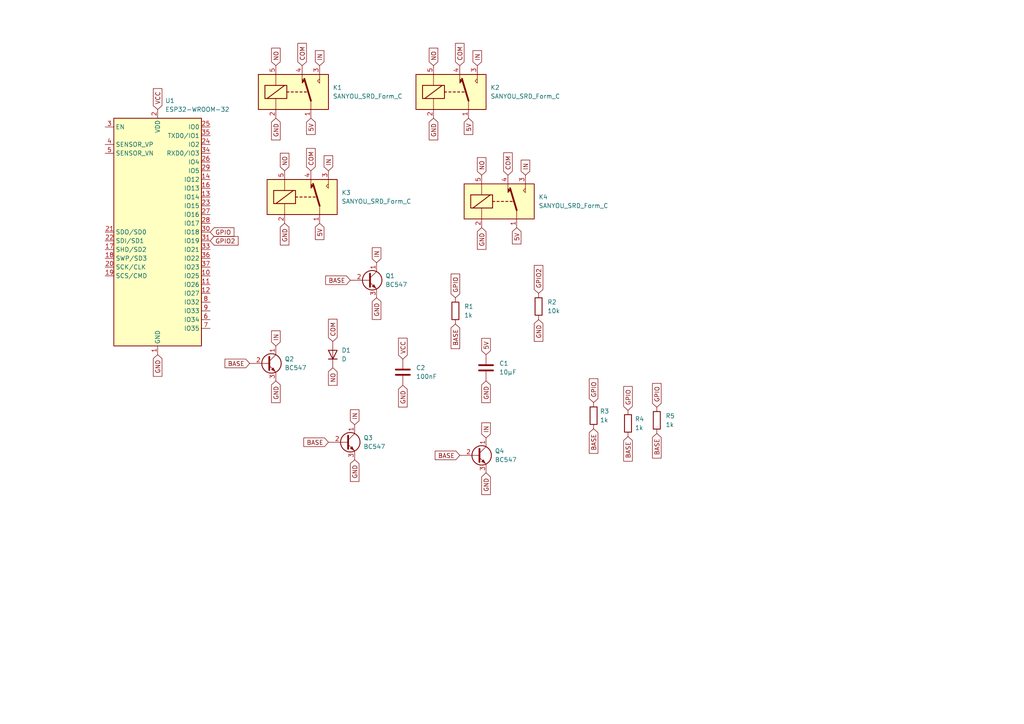
<source format=kicad_sch>
(kicad_sch (version 20231120) (generator "eeschema") (generator_version "8.0")
  (paper "A4")
  (lib_symbols
    (symbol "Device:C" (pin_numbers hide) (pin_names (offset 0.254))
      (property "Reference" "C" (at 0.635 2.54 0))
      (property "Value" "C" (at 0.635 -2.54 0))
      (symbol "C_0_1"
        (polyline (pts (xy -2.032 -0.762) (xy 2.032 -0.762)) (stroke (width 0.508)))
        (polyline (pts (xy -2.032 0.762) (xy 2.032 0.762)) (stroke (width 0.508)))
      )
      (symbol "C_1_1"
        (pin passive line (at 0 3.81 270) (length 2.794) (name "~") (number "1"))
        (pin passive line (at 0 -3.81 90) (length 2.794) (name "~") (number "2"))
      )
    )
    (symbol "Device:D" (pin_numbers hide) (pin_names (offset 1.016) hide)
      (property "Reference" "D" (at 0 2.54 0))
      (property "Value" "D" (at 0 -2.54 0))
      (symbol "D_0_1"
        (polyline (pts (xy -1.27 1.27) (xy -1.27 -1.27)) (stroke (width 0.254)))
        (polyline (pts (xy 1.27 0) (xy -1.27 0)))
        (polyline (pts (xy 1.27 1.27) (xy 1.27 -1.27) (xy -1.27 0) (xy 1.27 1.27)) (stroke (width 0.254)))
      )
      (symbol "D_1_1"
        (pin passive line (at -3.81 0 0) (length 2.54) (name "K") (number "1"))
        (pin passive line (at 3.81 0 180) (length 2.54) (name "A") (number "2"))
      )
    )
    (symbol "Device:R" (pin_numbers hide) (pin_names (offset 0))
      (property "Reference" "R" (at 2.032 0 90))
      (property "Value" "R" (at 0 0 90))
      (symbol "R_0_1"
        (rectangle (start -1.016 -2.54) (end 1.016 2.54) (stroke (width 0.254)))
      )
      (symbol "R_1_1"
        (pin passive line (at 0 3.81 270) (length 1.27) (name "~") (number "1"))
        (pin passive line (at 0 -3.81 90) (length 1.27) (name "~") (number "2"))
      )
    )
    (symbol "RF_Module:ESP32-WROOM-32"
      (property "Reference" "U" (at -12.7 34.29 0))
      (property "Value" "ESP32-WROOM-32" (at 1.27 34.29 0))
      (symbol "ESP32-WROOM-32_0_1"
        (rectangle (start -12.7 33.02) (end 12.7 -33.02) (stroke (width 0.254)) (fill (type background)))
      )
      (symbol "ESP32-WROOM-32_1_1"
        (pin power_in line (at 0 -35.56 90) (length 2.54) (name "GND") (number "1"))
        (pin bidirectional line (at 15.24 -12.7 180) (length 2.54) (name "IO25") (number "10"))
        (pin bidirectional line (at 15.24 -15.24 180) (length 2.54) (name "IO26") (number "11"))
        (pin bidirectional line (at 15.24 -17.78 180) (length 2.54) (name "IO27") (number "12"))
        (pin bidirectional line (at 15.24 10.16 180) (length 2.54) (name "IO14") (number "13"))
        (pin bidirectional line (at 15.24 15.24 180) (length 2.54) (name "IO12") (number "14"))
        (pin passive line (at 0 -35.56 90) (length 2.54) hide (name "GND") (number "15"))
        (pin bidirectional line (at 15.24 12.7 180) (length 2.54) (name "IO13") (number "16"))
        (pin bidirectional line (at -15.24 -5.08 0) (length 2.54) (name "SHD/SD2") (number "17"))
        (pin bidirectional line (at -15.24 -7.62 0) (length 2.54) (name "SWP/SD3") (number "18"))
        (pin bidirectional line (at -15.24 -12.7 0) (length 2.54) (name "SCS/CMD") (number "19"))
        (pin power_in line (at 0 35.56 270) (length 2.54) (name "VDD") (number "2"))
        (pin bidirectional line (at -15.24 -10.16 0) (length 2.54) (name "SCK/CLK") (number "20"))
        (pin bidirectional line (at -15.24 0 0) (length 2.54) (name "SDO/SD0") (number "21"))
        (pin bidirectional line (at -15.24 -2.54 0) (length 2.54) (name "SDI/SD1") (number "22"))
        (pin bidirectional line (at 15.24 7.62 180) (length 2.54) (name "IO15") (number "23"))
        (pin bidirectional line (at 15.24 25.4 180) (length 2.54) (name "IO2") (number "24"))
        (pin bidirectional line (at 15.24 30.48 180) (length 2.54) (name "IO0") (number "25"))
        (pin bidirectional line (at 15.24 20.32 180) (length 2.54) (name "IO4") (number "26"))
        (pin bidirectional line (at 15.24 5.08 180) (length 2.54) (name "IO16") (number "27"))
        (pin bidirectional line (at 15.24 2.54 180) (length 2.54) (name "IO17") (number "28"))
        (pin bidirectional line (at 15.24 17.78 180) (length 2.54) (name "IO5") (number "29"))
        (pin input line (at -15.24 30.48 0) (length 2.54) (name "EN") (number "3"))
        (pin bidirectional line (at 15.24 0 180) (length 2.54) (name "IO18") (number "30"))
        (pin bidirectional line (at 15.24 -2.54 180) (length 2.54) (name "IO19") (number "31"))
        (pin no_connect line (at -12.7 -27.94 0) (length 2.54) hide (name "NC") (number "32"))
        (pin bidirectional line (at 15.24 -5.08 180) (length 2.54) (name "IO21") (number "33"))
        (pin bidirectional line (at 15.24 22.86 180) (length 2.54) (name "RXD0/IO3") (number "34"))
        (pin bidirectional line (at 15.24 27.94 180) (length 2.54) (name "TXD0/IO1") (number "35"))
        (pin bidirectional line (at 15.24 -7.62 180) (length 2.54) (name "IO22") (number "36"))
        (pin bidirectional line (at 15.24 -10.16 180) (length 2.54) (name "IO23") (number "37"))
        (pin passive line (at 0 -35.56 90) (length 2.54) hide (name "GND") (number "38"))
        (pin passive line (at 0 -35.56 90) (length 2.54) hide (name "GND") (number "39"))
        (pin input line (at -15.24 25.4 0) (length 2.54) (name "SENSOR_VP") (number "4"))
        (pin input line (at -15.24 22.86 0) (length 2.54) (name "SENSOR_VN") (number "5"))
        (pin input line (at 15.24 -25.4 180) (length 2.54) (name "IO34") (number "6"))
        (pin input line (at 15.24 -27.94 180) (length 2.54) (name "IO35") (number "7"))
        (pin bidirectional line (at 15.24 -20.32 180) (length 2.54) (name "IO32") (number "8"))
        (pin bidirectional line (at 15.24 -22.86 180) (length 2.54) (name "IO33") (number "9"))
      )
    )
    (symbol "Relay:SANYOU_SRD_Form_C"
      (property "Reference" "K" (at 11.43 3.81 0))
      (property "Value" "SANYOU_SRD_Form_C" (at 11.43 1.27 0))
      (symbol "SANYOU_SRD_Form_C_0_0"
        (polyline (pts (xy 7.62 5.08) (xy 7.62 2.54) (xy 6.985 3.175) (xy 7.62 3.81)))
      )
      (symbol "SANYOU_SRD_Form_C_0_1"
        (rectangle (start -10.16 5.08) (end 10.16 -5.08) (stroke (width 0.254)) (fill (type background)))
        (rectangle (start -8.255 1.905) (end -1.905 -1.905) (stroke (width 0.254)))
        (polyline (pts (xy -7.62 -1.905) (xy -2.54 1.905)) (stroke (width 0.254)))
        (polyline (pts (xy -5.08 -5.08) (xy -5.08 -1.905)))
        (polyline (pts (xy -5.08 5.08) (xy -5.08 1.905)))
        (polyline (pts (xy -1.905 0) (xy -1.27 0)) (stroke (width 0.254)))
        (polyline (pts (xy -0.635 0) (xy 0 0)) (stroke (width 0.254)))
        (polyline (pts (xy 0.635 0) (xy 1.27 0)) (stroke (width 0.254)))
        (polyline (pts (xy 1.905 0) (xy 2.54 0)) (stroke (width 0.254)))
        (polyline (pts (xy 3.175 0) (xy 3.81 0)) (stroke (width 0.254)))
        (polyline (pts (xy 5.08 -2.54) (xy 3.175 3.81)) (stroke (width 0.508)))
        (polyline (pts (xy 5.08 -2.54) (xy 5.08 -5.08)))
      )
      (symbol "SANYOU_SRD_Form_C_1_1"
        (polyline (pts (xy 2.54 3.81) (xy 3.175 3.175) (xy 2.54 2.54) (xy 2.54 5.08)) (fill (type outline)))
        (pin passive line (at 5.08 -7.62 90) (length 2.54) (name "~") (number "1"))
        (pin passive line (at -5.08 -7.62 90) (length 2.54) (name "~") (number "2"))
        (pin passive line (at 7.62 7.62 270) (length 2.54) (name "~") (number "3"))
        (pin passive line (at 2.54 7.62 270) (length 2.54) (name "~") (number "4"))
        (pin passive line (at -5.08 7.62 270) (length 2.54) (name "~") (number "5"))
      )
    )
    (symbol "Transistor_BJT:BC547" (pin_names (offset 0) hide)
      (property "Reference" "Q" (at 5.08 1.905 0))
      (property "Value" "BC547" (at 5.08 0 0))
      (symbol "BC547_0_1"
        (polyline (pts (xy 0 0) (xy 0.635 0)))
        (polyline (pts (xy 0.635 0.635) (xy 2.54 2.54)))
        (polyline (pts (xy 0.635 -0.635) (xy 2.54 -2.54) (xy 2.54 -2.54)))
        (polyline (pts (xy 0.635 1.905) (xy 0.635 -1.905) (xy 0.635 -1.905)) (stroke (width 0.508)))
        (polyline (pts (xy 1.27 -1.778) (xy 1.778 -1.27) (xy 2.286 -2.286) (xy 1.27 -1.778) (xy 1.27 -1.778)) (fill (type outline)))
        (circle (center 1.27 0) (radius 2.8194) (stroke (width 0.254)))
      )
      (symbol "BC547_1_1"
        (pin passive line (at 2.54 5.08 270) (length 2.54) (name "C") (number "1"))
        (pin input line (at -5.08 0 0) (length 5.08) (name "B") (number "2"))
        (pin passive line (at 2.54 -5.08 90) (length 2.54) (name "E") (number "3"))
      )
    )
  )
  (global_label "NO" (shape input) (at 125.73 19.05 90) (property "Intersheetrefs" "${INTERSHEET_REFS}" (effects (hide yes))))
  (global_label "NO" (shape input) (at 80.01 19.05 90) (property "Intersheetrefs" "${INTERSHEET_REFS}" (effects (hide yes))))
  (global_label "GPIO" (shape input) (at 182.145 118.9986 90) (property "Intersheetrefs" "${INTERSHEET_REFS}" (effects (hide yes))))
  (global_label "BASE" (shape input) (at 182.145 126.6186 270) (property "Intersheetrefs" "${INTERSHEET_REFS}" (effects (hide yes))))
  (global_label "GND" (shape input) (at 139.7 66.04 270) (property "Intersheetrefs" "${INTERSHEET_REFS}" (effects (hide yes))))
  (global_label "COM" (shape input) (at 96.52 99.06 90) (property "Intersheetrefs" "${INTERSHEET_REFS}" (effects (hide yes))))
  (global_label "COM" (shape input) (at 87.63 19.05 90) (property "Intersheetrefs" "${INTERSHEET_REFS}" (effects (hide yes))))
  (global_label "GND" (shape input) (at 109.22 86.36 270) (property "Intersheetrefs" "${INTERSHEET_REFS}" (effects (hide yes))))
  (global_label "IN" (shape input) (at 138.43 19.05 90) (property "Intersheetrefs" "${INTERSHEET_REFS}" (effects (hide yes))))
  (global_label "GND" (shape input) (at 125.73 34.29 270) (property "Intersheetrefs" "${INTERSHEET_REFS}" (effects (hide yes))))
  (global_label "NO" (shape input) (at 96.52 106.68 270) (property "Intersheetrefs" "${INTERSHEET_REFS}" (effects (hide yes))))
  (global_label "GND" (shape input) (at 80.01 34.29 270) (property "Intersheetrefs" "${INTERSHEET_REFS}" (effects (hide yes))))
  (global_label "BASE" (shape input) (at 95.25 128.27 180) (property "Intersheetrefs" "${INTERSHEET_REFS}" (effects (hide yes))))
  (global_label "BASE" (shape input) (at 172.1658 124.3652 270) (property "Intersheetrefs" "${INTERSHEET_REFS}" (effects (hide yes))))
  (global_label "5V" (shape input) (at 140.97 102.87 90) (property "Intersheetrefs" "${INTERSHEET_REFS}" (effects (hide yes))))
  (global_label "NO" (shape input) (at 82.55 49.53 90) (property "Intersheetrefs" "${INTERSHEET_REFS}" (effects (hide yes))))
  (global_label "GPIO" (shape input) (at 190.5 118.11 90) (property "Intersheetrefs" "${INTERSHEET_REFS}" (effects (hide yes))))
  (global_label "GND" (shape input) (at 80.01 110.49 270) (property "Intersheetrefs" "${INTERSHEET_REFS}" (effects (hide yes))))
  (global_label "GND" (shape input) (at 82.55 64.77 270) (property "Intersheetrefs" "${INTERSHEET_REFS}" (effects (hide yes))))
  (global_label "GND" (shape input) (at 45.72 102.87 270) (property "Intersheetrefs" "${INTERSHEET_REFS}" (effects (hide yes))))
  (global_label "IN" (shape input) (at 140.97 127 90) (property "Intersheetrefs" "${INTERSHEET_REFS}" (effects (hide yes))))
  (global_label "5V" (shape input) (at 135.89 34.29 270) (property "Intersheetrefs" "${INTERSHEET_REFS}" (effects (hide yes))))
  (global_label "VCC" (shape input) (at 116.84 104.14 90) (property "Intersheetrefs" "${INTERSHEET_REFS}" (effects (hide yes))))
  (global_label "BASE" (shape input) (at 190.5 125.73 270) (property "Intersheetrefs" "${INTERSHEET_REFS}" (effects (hide yes))))
  (global_label "IN" (shape input) (at 80.01 100.33 90) (property "Intersheetrefs" "${INTERSHEET_REFS}" (effects (hide yes))))
  (global_label "5V" (shape input) (at 149.86 66.04 270) (property "Intersheetrefs" "${INTERSHEET_REFS}" (effects (hide yes))))
  (global_label "GND" (shape input) (at 156.21 92.71 270) (property "Intersheetrefs" "${INTERSHEET_REFS}" (effects (hide yes))))
  (global_label "IN" (shape input) (at 109.22 76.2 90) (property "Intersheetrefs" "${INTERSHEET_REFS}" (effects (hide yes))))
  (global_label "GND" (shape input) (at 116.84 111.76 270) (property "Intersheetrefs" "${INTERSHEET_REFS}" (effects (hide yes))))
  (global_label "GND" (shape input) (at 102.87 133.35 270) (property "Intersheetrefs" "${INTERSHEET_REFS}" (effects (hide yes))))
  (global_label "IN" (shape input) (at 102.87 123.19 90) (property "Intersheetrefs" "${INTERSHEET_REFS}" (effects (hide yes))))
  (global_label "COM" (shape input) (at 133.35 19.05 90) (property "Intersheetrefs" "${INTERSHEET_REFS}" (effects (hide yes))))
  (global_label "BASE" (shape input) (at 133.35 132.08 180) (property "Intersheetrefs" "${INTERSHEET_REFS}" (effects (hide yes))))
  (global_label "IN" (shape input) (at 152.4 50.8 90) (property "Intersheetrefs" "${INTERSHEET_REFS}" (effects (hide yes))))
  (global_label "GPIO" (shape input) (at 132.08 86.36 90) (property "Intersheetrefs" "${INTERSHEET_REFS}" (effects (hide yes))))
  (global_label "NO" (shape input) (at 139.7 50.8 90) (property "Intersheetrefs" "${INTERSHEET_REFS}" (effects (hide yes))))
  (global_label "COM" (shape input) (at 147.32 50.8 90) (property "Intersheetrefs" "${INTERSHEET_REFS}" (effects (hide yes))))
  (global_label "5V" (shape input) (at 92.71 64.77 270) (property "Intersheetrefs" "${INTERSHEET_REFS}" (effects (hide yes))))
  (global_label "GPIO2" (shape input) (at 60.96 69.85 0) (property "Intersheetrefs" "${INTERSHEET_REFS}" (effects (hide yes))))
  (global_label "VCC" (shape input) (at 45.72 31.75 90) (property "Intersheetrefs" "${INTERSHEET_REFS}" (effects (hide yes))))
  (global_label "BASE" (shape input) (at 72.39 105.41 180) (property "Intersheetrefs" "${INTERSHEET_REFS}" (effects (hide yes))))
  (global_label "GPIO" (shape input) (at 172.1658 116.7452 90) (property "Intersheetrefs" "${INTERSHEET_REFS}" (effects (hide yes))))
  (global_label "GPIO" (shape input) (at 60.96 67.31 0) (property "Intersheetrefs" "${INTERSHEET_REFS}" (effects (hide yes))))
  (global_label "IN" (shape input) (at 95.25 49.53 90) (property "Intersheetrefs" "${INTERSHEET_REFS}" (effects (hide yes))))
  (global_label "IN" (shape input) (at 92.71 19.05 90) (property "Intersheetrefs" "${INTERSHEET_REFS}" (effects (hide yes))))
  (global_label "COM" (shape input) (at 90.17 49.53 90) (property "Intersheetrefs" "${INTERSHEET_REFS}" (effects (hide yes))))
  (global_label "GND" (shape input) (at 140.97 110.49 270) (property "Intersheetrefs" "${INTERSHEET_REFS}" (effects (hide yes))))
  (global_label "BASE" (shape input) (at 132.08 93.98 270) (property "Intersheetrefs" "${INTERSHEET_REFS}" (effects (hide yes))))
  (global_label "GND" (shape input) (at 140.97 137.16 270) (property "Intersheetrefs" "${INTERSHEET_REFS}" (effects (hide yes))))
  (global_label "BASE" (shape input) (at 101.6 81.28 180) (property "Intersheetrefs" "${INTERSHEET_REFS}" (effects (hide yes))))
  (global_label "GPIO2" (shape input) (at 156.21 85.09 90) (property "Intersheetrefs" "${INTERSHEET_REFS}" (effects (hide yes))))
  (global_label "5V" (shape input) (at 90.17 34.29 270) (property "Intersheetrefs" "${INTERSHEET_REFS}" (effects (hide yes))))
  (symbol (lib_id "Device:C") (at 116.84 107.95 0) (unit 1)
    (property "Reference" "C2" (at 120.65 106.6799 0) (effects (justify left)))
    (property "Value" "100nF" (at 120.65 109.2199 0) (effects (justify left)))
    (property "Footprint" "Capacitor_THT:CP_Radial_D10.0mm_P5.00mm" (effects (hide yes)))
    (property "Description" "Unpolarized capacitor" (effects (hide yes)))
  )
  (symbol (lib_id "Transistor_BJT:BC547") (at 77.47 105.41 0) (unit 1)
    (property "Reference" "Q2" (at 82.55 104.1399 0) (effects (justify left)))
    (property "Value" "BC547" (at 82.55 106.6799 0) (effects (justify left)))
    (property "Footprint" "Package_TO_SOT_THT:TO-92_Inline" (effects (hide yes)))
    (property "Datasheet" "https://www.onsemi.com/pub/Collateral/BC550-D.pdf" (effects (hide yes)))
    (property "Description" "0.1A Ic, 45V Vce, Small Signal NPN Transistor, TO-92" (effects (hide yes)))
  )
  (symbol (lib_id "Device:R") (at 132.08 90.17 0) (unit 1)
    (property "Reference" "R1" (at 134.62 88.8999 0) (effects (justify left)))
    (property "Value" "1k" (at 134.62 91.4399 0) (effects (justify left)))
    (property "Footprint" "Resistor_SMD:R_0603_1608Metric" (effects (hide yes)))
    (property "Description" "Resistor" (effects (hide yes)))
  )
  (symbol (lib_id "Relay:SANYOU_SRD_Form_C") (at 130.81 26.67 0) (unit 1)
    (property "Reference" "K2" (at 142.24 25.3999 0) (effects (justify left)))
    (property "Value" "SANYOU_SRD_Form_C" (at 142.24 27.9399 0) (effects (justify left)))
    (property "Footprint" "Relay_THT:Relay_SPDT_SANYOU_SRD_Series_Form_C" (effects (hide yes)))
    (property "Datasheet" "http://www.sanyourelay.ca/public/products/pdf/SRD.pdf" (effects (hide yes)))
    (property "Description" "Sanyo SRD relay, Single Pole Miniature Power Relay," (effects (hide yes)))
  )
  (symbol (lib_id "Device:R") (at 190.5 121.92 0) (unit 1)
    (property "Reference" "R5" (at 193.04 120.6499 0) (effects (justify left)))
    (property "Value" "1k" (at 193.04 123.1899 0) (effects (justify left)))
    (property "Footprint" "Resistor_SMD:R_0603_1608Metric" (effects (hide yes)))
    (property "Description" "Resistor" (effects (hide yes)))
  )
  (symbol (lib_id "Relay:SANYOU_SRD_Form_C") (at 144.78 58.42 0) (unit 1)
    (property "Reference" "K4" (at 156.21 57.1499 0) (effects (justify left)))
    (property "Value" "SANYOU_SRD_Form_C" (at 156.21 59.6899 0) (effects (justify left)))
    (property "Footprint" "Relay_THT:Relay_SPDT_SANYOU_SRD_Series_Form_C" (effects (hide yes)))
    (property "Datasheet" "http://www.sanyourelay.ca/public/products/pdf/SRD.pdf" (effects (hide yes)))
    (property "Description" "Sanyo SRD relay, Single Pole Miniature Power Relay," (effects (hide yes)))
  )
  (symbol (lib_id "Relay:SANYOU_SRD_Form_C") (at 87.63 57.15 0) (unit 1)
    (property "Reference" "K3" (at 99.06 55.8799 0) (effects (justify left)))
    (property "Value" "SANYOU_SRD_Form_C" (at 99.06 58.4199 0) (effects (justify left)))
    (property "Footprint" "Relay_THT:Relay_SPDT_SANYOU_SRD_Series_Form_C" (effects (hide yes)))
    (property "Datasheet" "http://www.sanyourelay.ca/public/products/pdf/SRD.pdf" (effects (hide yes)))
    (property "Description" "Sanyo SRD relay, Single Pole Miniature Power Relay," (effects (hide yes)))
  )
  (symbol (lib_id "Device:R") (at 172.1658 120.5552 0) (unit 1)
    (property "Reference" "R3" (at 173.99 119.2851 0) (effects (justify left)))
    (property "Value" "1k" (at 173.99 121.8251 0) (effects (justify left)))
    (property "Footprint" "Resistor_SMD:R_0603_1608Metric" (effects (hide yes)))
    (property "Description" "Resistor" (effects (hide yes)))
  )
  (symbol (lib_id "Relay:SANYOU_SRD_Form_C") (at 85.09 26.67 0) (unit 1)
    (property "Reference" "K1" (at 96.52 25.3999 0) (effects (justify left)))
    (property "Value" "SANYOU_SRD_Form_C" (at 96.52 27.9399 0) (effects (justify left)))
    (property "Footprint" "Relay_THT:Relay_SPDT_SANYOU_SRD_Series_Form_C" (effects (hide yes)))
    (property "Datasheet" "http://www.sanyourelay.ca/public/products/pdf/SRD.pdf" (effects (hide yes)))
    (property "Description" "Sanyo SRD relay, Single Pole Miniature Power Relay," (effects (hide yes)))
  )
  (symbol (lib_id "Device:D") (at 96.52 102.87 90) (unit 1)
    (property "Reference" "D1" (at 99.06 101.5999 90) (effects (justify right)))
    (property "Value" "D" (at 99.06 104.1399 90) (effects (justify right)))
    (property "Footprint" "Diode_THT:D_5W_P12.70mm_Horizontal" (effects (hide yes)))
    (property "Description" "Diode" (effects (hide yes)))
    (property "Sim.Device" "D" (effects (hide yes)))
    (property "Sim.Pins" "1=K 2=A" (effects (hide yes)))
  )
  (symbol (lib_id "RF_Module:ESP32-WROOM-32") (at 45.72 67.31 0) (unit 1)
    (property "Reference" "U1" (at 47.9141 29.21 0) (effects (justify left)))
    (property "Value" "ESP32-WROOM-32" (at 47.9141 31.75 0) (effects (justify left)))
    (property "Footprint" "RF_Module:ESP32-WROOM-32" (effects (hide yes)))
    (property "Datasheet" "https://www.espressif.com/sites/default/files/documentation/esp32-wroom-32_datasheet_en.pdf" (effects (hide yes)))
    (property "Description" "RF Module, ESP32-D0WDQ6 SoC, Wi-Fi 802.11b/g/n, Bluetooth, BLE, 32-bit, 2.7-3.6V, onboard antenna, SMD" (effects (hide yes)))
  )
  (symbol (lib_id "Transistor_BJT:BC547") (at 100.33 128.27 0) (unit 1)
    (property "Reference" "Q3" (at 105.41 126.9999 0) (effects (justify left)))
    (property "Value" "BC547" (at 105.41 129.5399 0) (effects (justify left)))
    (property "Footprint" "Package_TO_SOT_THT:TO-92_Inline" (effects (hide yes)))
    (property "Datasheet" "https://www.onsemi.com/pub/Collateral/BC550-D.pdf" (effects (hide yes)))
    (property "Description" "0.1A Ic, 45V Vce, Small Signal NPN Transistor, TO-92" (effects (hide yes)))
  )
  (symbol (lib_id "Device:C") (at 140.97 106.68 0) (unit 1)
    (property "Reference" "C1" (at 144.78 105.4099 0) (effects (justify left)))
    (property "Value" "10µF" (at 144.78 107.9499 0) (effects (justify left)))
    (property "Footprint" "Capacitor_THT:CP_Radial_D10.0mm_P5.00mm" (effects (hide yes)))
    (property "Description" "Unpolarized capacitor" (effects (hide yes)))
  )
  (symbol (lib_id "Transistor_BJT:BC547") (at 138.43 132.08 0) (unit 1)
    (property "Reference" "Q4" (at 143.51 130.8099 0) (effects (justify left)))
    (property "Value" "BC547" (at 143.51 133.3499 0) (effects (justify left)))
    (property "Footprint" "Package_TO_SOT_THT:TO-92_Inline" (effects (hide yes)))
    (property "Datasheet" "https://www.onsemi.com/pub/Collateral/BC550-D.pdf" (effects (hide yes)))
    (property "Description" "0.1A Ic, 45V Vce, Small Signal NPN Transistor, TO-92" (effects (hide yes)))
  )
  (symbol (lib_id "Device:R") (at 156.21 88.9 0) (unit 1)
    (property "Reference" "R2" (at 158.75 87.6299 0) (effects (justify left)))
    (property "Value" "10k" (at 158.75 90.1699 0) (effects (justify left)))
    (property "Footprint" "Resistor_SMD:R_0603_1608Metric" (effects (hide yes)))
    (property "Description" "Resistor" (effects (hide yes)))
  )
  (symbol (lib_id "Transistor_BJT:BC547") (at 106.68 81.28 0) (unit 1)
    (property "Reference" "Q1" (at 111.76 80.0099 0) (effects (justify left)))
    (property "Value" "BC547" (at 111.76 82.5499 0) (effects (justify left)))
    (property "Footprint" "Package_TO_SOT_THT:TO-92_Inline" (effects (hide yes)))
    (property "Datasheet" "https://www.onsemi.com/pub/Collateral/BC550-D.pdf" (effects (hide yes)))
    (property "Description" "0.1A Ic, 45V Vce, Small Signal NPN Transistor, TO-92" (effects (hide yes)))
  )
  (symbol (lib_id "Device:R") (at 182.145 122.8086 0) (unit 1)
    (property "Reference" "R4" (at 184.15 121.5385 0) (effects (justify left)))
    (property "Value" "1k" (at 184.15 124.0785 0) (effects (justify left)))
    (property "Footprint" "Resistor_SMD:R_0603_1608Metric" (effects (hide yes)))
    (property "Description" "Resistor" (effects (hide yes)))
  )
)
</source>
